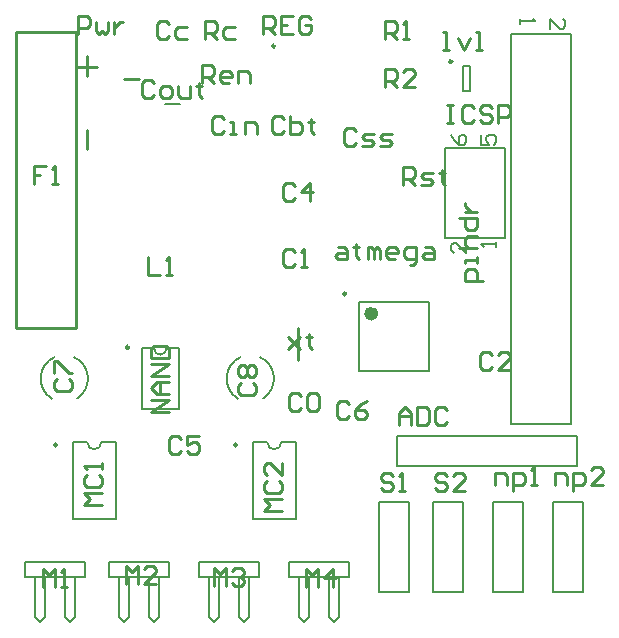
<source format=gto>
%FSLAX25Y25*%
%MOIN*%
G70*
G01*
G75*
G04 Layer_Color=65535*
%ADD10R,0.04331X0.03937*%
%ADD11R,0.03937X0.04331*%
%ADD12R,0.06496X0.01181*%
%ADD13O,0.04921X0.01181*%
%ADD14O,0.02165X0.06496*%
%ADD15O,0.06496X0.02165*%
%ADD16R,0.08465X0.01575*%
%ADD17R,0.08465X0.01575*%
%ADD18R,0.15748X0.39370*%
%ADD19R,0.05906X0.05118*%
%ADD20O,0.07087X0.02362*%
%ADD21R,0.16535X0.16535*%
%ADD22C,0.03937*%
%ADD23C,0.00787*%
%ADD24C,0.01000*%
%ADD25C,0.01575*%
%ADD26C,0.01969*%
%ADD27C,0.01181*%
%ADD28C,0.07874*%
%ADD29C,0.01890*%
%ADD30C,0.00630*%
%ADD31C,0.03150*%
%ADD32C,0.01260*%
%ADD33C,0.05906*%
%ADD34C,0.05906*%
%ADD35R,0.05906X0.05906*%
%ADD36C,0.15000*%
%ADD37R,0.05906X0.05906*%
%ADD38R,0.05315X0.05315*%
%ADD39C,0.05315*%
%ADD40C,0.05000*%
%ADD41C,0.03937*%
%ADD42C,0.00984*%
%ADD43C,0.02362*%
%ADD44C,0.00800*%
D23*
X249966Y386039D02*
G03*
X254034Y386039I2034J0D01*
G01*
X227638Y354795D02*
G03*
X232362Y354795I2362J0D01*
G01*
X287638D02*
G03*
X292362Y354795I2362J0D01*
G01*
X224232Y369360D02*
G03*
X223274Y383161I-4232J6640D01*
G01*
X216726D02*
G03*
X215768Y369360I3274J-7161D01*
G01*
X286232D02*
G03*
X285274Y383161I-4232J6640D01*
G01*
X278726D02*
G03*
X277768Y369360I3274J-7161D01*
G01*
X245898Y386039D02*
X249966D01*
X254034D02*
X258102D01*
X245898Y365961D02*
X258102D01*
X245898D02*
Y386039D01*
X258102Y365961D02*
Y386039D01*
X363000Y335000D02*
X373000D01*
Y305000D02*
Y335000D01*
X363000Y305000D02*
X373000D01*
X363000D02*
Y335000D01*
X325000D02*
X335000D01*
Y305000D02*
Y335000D01*
X325000Y305000D02*
X335000D01*
X325000D02*
Y335000D01*
X343000D02*
X353000D01*
Y305000D02*
Y335000D01*
X343000Y305000D02*
X353000D01*
X343000D02*
Y335000D01*
X383000D02*
X393000D01*
Y305000D02*
Y335000D01*
X383000Y305000D02*
X393000D01*
X383000D02*
Y335000D01*
X331000Y357000D02*
X391000D01*
X331000Y347000D02*
X391000D01*
Y357000D01*
X331000Y347000D02*
Y357000D01*
X352819Y471866D02*
Y480134D01*
X355181Y471866D02*
Y480134D01*
X352819D02*
X355181D01*
X352819Y471866D02*
X355181D01*
X318386Y378386D02*
X341614D01*
X318386Y401614D02*
X341614D01*
Y378386D02*
Y401614D01*
X318386Y378386D02*
Y401614D01*
X367000Y433833D02*
Y453000D01*
Y423000D02*
Y453000D01*
X347000Y423000D02*
Y453000D01*
Y423000D02*
X367000D01*
X347000Y453000D02*
X367000D01*
X235000Y310000D02*
X255000D01*
Y315000D01*
X235000Y310000D02*
Y315000D01*
X255000D01*
X238333Y296667D02*
Y310000D01*
Y296667D02*
X240000Y295000D01*
X241667Y296667D01*
X241667Y296667D02*
Y310000D01*
X248333Y296667D02*
Y310000D01*
Y296667D02*
X250000Y295000D01*
X251667Y296667D01*
Y310000D01*
X207000D02*
X227000D01*
Y315000D01*
X207000Y310000D02*
Y315000D01*
X227000D01*
X210333Y296667D02*
Y310000D01*
Y296667D02*
X212000Y295000D01*
X213667Y296667D01*
X213667Y296667D02*
Y310000D01*
X220333Y296667D02*
Y310000D01*
Y296667D02*
X222000Y295000D01*
X223667Y296667D01*
Y310000D01*
X237087Y329205D02*
Y354795D01*
X222913Y329205D02*
Y354795D01*
Y329205D02*
X237087D01*
X232362Y354795D02*
X237087D01*
X222913D02*
X227638D01*
X265000Y310000D02*
X285000D01*
Y315000D01*
X265000Y310000D02*
Y315000D01*
X285000D01*
X268333Y296667D02*
Y310000D01*
Y296667D02*
X270000Y295000D01*
X271667Y296667D01*
X271667Y296667D02*
Y310000D01*
X278333Y296667D02*
Y310000D01*
Y296667D02*
X280000Y295000D01*
X281667Y296667D01*
Y310000D01*
X295000D02*
X315000D01*
Y315000D01*
X295000Y310000D02*
Y315000D01*
X315000D01*
X298333Y296667D02*
Y310000D01*
Y296667D02*
X300000Y295000D01*
X301667Y296667D01*
X301667Y296667D02*
Y310000D01*
X308333Y296667D02*
Y310000D01*
Y296667D02*
X310000Y295000D01*
X311667Y296667D01*
Y310000D01*
X297087Y329205D02*
Y354795D01*
X282913Y329205D02*
Y354795D01*
Y329205D02*
X297087D01*
X292362Y354795D02*
X297087D01*
X282913D02*
X287638D01*
X369000Y361000D02*
Y491000D01*
X389000Y361000D02*
Y491000D01*
X369000D02*
X389000D01*
X369000Y361000D02*
X389000D01*
X253441Y467480D02*
X258559D01*
D24*
X298000Y383000D02*
Y393000D01*
Y382200D02*
Y392200D01*
X227500Y452500D02*
Y459000D01*
Y477000D02*
Y483500D01*
X240000Y476000D02*
X245000D01*
X224000Y480000D02*
X231000D01*
X204000Y393000D02*
X224000D01*
X204000Y491500D02*
X224000D01*
X204000Y393000D02*
Y491500D01*
X224000Y393000D02*
Y491500D01*
X331600Y360400D02*
Y364399D01*
X333599Y366398D01*
X335599Y364399D01*
Y360400D01*
Y363399D01*
X331600D01*
X337598Y366398D02*
Y360400D01*
X340597D01*
X341597Y361400D01*
Y365398D01*
X340597Y366398D01*
X337598D01*
X347595Y365398D02*
X346595Y366398D01*
X344596D01*
X343596Y365398D01*
Y361400D01*
X344596Y360400D01*
X346595D01*
X347595Y361400D01*
X311150Y419849D02*
X313149D01*
X314149Y418849D01*
Y415850D01*
X311150D01*
X310150Y416850D01*
X311150Y417849D01*
X314149D01*
X317148Y420848D02*
Y419849D01*
X316148D01*
X318147D01*
X317148D01*
Y416850D01*
X318147Y415850D01*
X321146D02*
Y419849D01*
X322146D01*
X323146Y418849D01*
Y415850D01*
Y418849D01*
X324146Y419849D01*
X325145Y418849D01*
Y415850D01*
X330143D02*
X328144D01*
X327145Y416850D01*
Y418849D01*
X328144Y419849D01*
X330143D01*
X331143Y418849D01*
Y417849D01*
X327145D01*
X335142Y413851D02*
X336142D01*
X337141Y414850D01*
Y419849D01*
X334142D01*
X333143Y418849D01*
Y416850D01*
X334142Y415850D01*
X337141D01*
X340140Y419849D02*
X342140D01*
X343139Y418849D01*
Y415850D01*
X340140D01*
X339141Y416850D01*
X340140Y417849D01*
X343139D01*
X299049Y370348D02*
X298049Y371348D01*
X296050D01*
X295050Y370348D01*
Y366350D01*
X296050Y365350D01*
X298049D01*
X299049Y366350D01*
X301048Y370348D02*
X302048Y371348D01*
X304047D01*
X305047Y370348D01*
Y366350D01*
X304047Y365350D01*
X302048D01*
X301048Y366350D01*
Y370348D01*
X297049Y418348D02*
X296049Y419348D01*
X294050D01*
X293050Y418348D01*
Y414350D01*
X294050Y413350D01*
X296049D01*
X297049Y414350D01*
X299048Y413350D02*
X301047D01*
X300048D01*
Y419348D01*
X299048Y418348D01*
X362599Y383898D02*
X361599Y384898D01*
X359600D01*
X358600Y383898D01*
Y379900D01*
X359600Y378900D01*
X361599D01*
X362599Y379900D01*
X368597Y378900D02*
X364598D01*
X368597Y382899D01*
Y383898D01*
X367597Y384898D01*
X365598D01*
X364598Y383898D01*
X297049Y440348D02*
X296049Y441348D01*
X294050D01*
X293050Y440348D01*
Y436350D01*
X294050Y435350D01*
X296049D01*
X297049Y436350D01*
X302047Y435350D02*
Y441348D01*
X299048Y438349D01*
X303047D01*
X258999Y355998D02*
X257999Y356998D01*
X256000D01*
X255000Y355998D01*
Y352000D01*
X256000Y351000D01*
X257999D01*
X258999Y352000D01*
X264997Y356998D02*
X260998D01*
Y353999D01*
X262997Y354999D01*
X263997D01*
X264997Y353999D01*
Y352000D01*
X263997Y351000D01*
X261998D01*
X260998Y352000D01*
X314999Y367498D02*
X313999Y368498D01*
X312000D01*
X311000Y367498D01*
Y363500D01*
X312000Y362500D01*
X313999D01*
X314999Y363500D01*
X320997Y368498D02*
X318997Y367498D01*
X316998Y365499D01*
Y363500D01*
X317998Y362500D01*
X319997D01*
X320997Y363500D01*
Y364499D01*
X319997Y365499D01*
X316998D01*
X217502Y375999D02*
X216502Y374999D01*
Y373000D01*
X217502Y372000D01*
X221500D01*
X222500Y373000D01*
Y374999D01*
X221500Y375999D01*
X216502Y377998D02*
Y381997D01*
X217502D01*
X221500Y377998D01*
X222500D01*
X279002Y374499D02*
X278002Y373499D01*
Y371500D01*
X279002Y370500D01*
X283000D01*
X284000Y371500D01*
Y373499D01*
X283000Y374499D01*
X279002Y376498D02*
X278002Y377498D01*
Y379497D01*
X279002Y380497D01*
X280001D01*
X281001Y379497D01*
X282001Y380497D01*
X283000D01*
X284000Y379497D01*
Y377498D01*
X283000Y376498D01*
X282001D01*
X281001Y377498D01*
X280001Y376498D01*
X279002D01*
X281001Y377498D02*
Y379497D01*
X293099Y462398D02*
X292099Y463398D01*
X290100D01*
X289100Y462398D01*
Y458400D01*
X290100Y457400D01*
X292099D01*
X293099Y458400D01*
X295098Y463398D02*
Y457400D01*
X298097D01*
X299097Y458400D01*
Y459399D01*
Y460399D01*
X298097Y461399D01*
X295098D01*
X302096Y462398D02*
Y461399D01*
X301096D01*
X303096D01*
X302096D01*
Y458400D01*
X303096Y457400D01*
X255049Y494348D02*
X254049Y495348D01*
X252050D01*
X251050Y494348D01*
Y490350D01*
X252050Y489350D01*
X254049D01*
X255049Y490350D01*
X261047Y493349D02*
X258048D01*
X257048Y492349D01*
Y490350D01*
X258048Y489350D01*
X261047D01*
X273099Y462398D02*
X272099Y463398D01*
X270100D01*
X269100Y462398D01*
Y458400D01*
X270100Y457400D01*
X272099D01*
X273099Y458400D01*
X275098Y457400D02*
X277097D01*
X276098D01*
Y461399D01*
X275098D01*
X280096Y457400D02*
Y461399D01*
X283096D01*
X284095Y460399D01*
Y457400D01*
X249999Y474498D02*
X248999Y475498D01*
X247000D01*
X246000Y474498D01*
Y470500D01*
X247000Y469500D01*
X248999D01*
X249999Y470500D01*
X252998Y469500D02*
X254997D01*
X255997Y470500D01*
Y472499D01*
X254997Y473499D01*
X252998D01*
X251998Y472499D01*
Y470500D01*
X252998Y469500D01*
X257996Y473499D02*
Y470500D01*
X258996Y469500D01*
X261995D01*
Y473499D01*
X264994Y474498D02*
Y473499D01*
X263994D01*
X265993D01*
X264994D01*
Y470500D01*
X265993Y469500D01*
X317099Y458398D02*
X316099Y459398D01*
X314100D01*
X313100Y458398D01*
Y454400D01*
X314100Y453400D01*
X316099D01*
X317099Y454400D01*
X319098Y453400D02*
X322097D01*
X323097Y454400D01*
X322097Y455399D01*
X320098D01*
X319098Y456399D01*
X320098Y457399D01*
X323097D01*
X325096Y453400D02*
X328095D01*
X329095Y454400D01*
X328095Y455399D01*
X326096D01*
X325096Y456399D01*
X326096Y457399D01*
X329095D01*
X213999Y446998D02*
X210000D01*
Y443999D01*
X211999D01*
X210000D01*
Y441000D01*
X215998D02*
X217997D01*
X216998D01*
Y446998D01*
X215998Y445998D01*
X347650Y467148D02*
X349649D01*
X348650D01*
Y461150D01*
X347650D01*
X349649D01*
X356647Y466148D02*
X355647Y467148D01*
X353648D01*
X352648Y466148D01*
Y462150D01*
X353648Y461150D01*
X355647D01*
X356647Y462150D01*
X362645Y466148D02*
X361646Y467148D01*
X359646D01*
X358646Y466148D01*
Y465149D01*
X359646Y464149D01*
X361646D01*
X362645Y463149D01*
Y462150D01*
X361646Y461150D01*
X359646D01*
X358646Y462150D01*
X364645Y461150D02*
Y467148D01*
X367643D01*
X368643Y466148D01*
Y464149D01*
X367643Y463149D01*
X364645D01*
X248000Y416498D02*
Y410500D01*
X251999D01*
X253998D02*
X255997D01*
X254998D01*
Y416498D01*
X253998Y415498D01*
X346150Y485650D02*
X348149D01*
X347150D01*
Y491648D01*
X346150D01*
X351148Y489649D02*
X353148Y485650D01*
X355147Y489649D01*
X357146Y485650D02*
X359146D01*
X358146D01*
Y491648D01*
X357146D01*
X213000Y306500D02*
Y312498D01*
X214999Y310499D01*
X216999Y312498D01*
Y306500D01*
X218998D02*
X220997D01*
X219998D01*
Y312498D01*
X218998Y311498D01*
X240500Y307500D02*
Y313498D01*
X242499Y311499D01*
X244499Y313498D01*
Y307500D01*
X250497D02*
X246498D01*
X250497Y311499D01*
Y312498D01*
X249497Y313498D01*
X247498D01*
X246498Y312498D01*
X270000Y307000D02*
Y312998D01*
X271999Y310999D01*
X273999Y312998D01*
Y307000D01*
X275998Y311998D02*
X276998Y312998D01*
X278997D01*
X279997Y311998D01*
Y310999D01*
X278997Y309999D01*
X277997D01*
X278997D01*
X279997Y308999D01*
Y308000D01*
X278997Y307000D01*
X276998D01*
X275998Y308000D01*
X300500Y306500D02*
Y312498D01*
X302499Y310499D01*
X304499Y312498D01*
Y306500D01*
X309497D02*
Y312498D01*
X306498Y309499D01*
X310497D01*
X232500Y334000D02*
X226502D01*
X228501Y335999D01*
X226502Y337999D01*
X232500D01*
X227502Y343997D02*
X226502Y342997D01*
Y340998D01*
X227502Y339998D01*
X231500D01*
X232500Y340998D01*
Y342997D01*
X231500Y343997D01*
X232500Y345996D02*
Y347995D01*
Y346996D01*
X226502D01*
X227502Y345996D01*
X292500Y332000D02*
X286502D01*
X288501Y333999D01*
X286502Y335999D01*
X292500D01*
X287502Y341997D02*
X286502Y340997D01*
Y338998D01*
X287502Y337998D01*
X291500D01*
X292500Y338998D01*
Y340997D01*
X291500Y341997D01*
X292500Y347995D02*
Y343996D01*
X288501Y347995D01*
X287502D01*
X286502Y346995D01*
Y344996D01*
X287502Y343996D01*
X255000Y365000D02*
X249002D01*
X255000Y368999D01*
X249002D01*
X255000Y370998D02*
X251001D01*
X249002Y372997D01*
X251001Y374997D01*
X255000D01*
X252001D01*
Y370998D01*
X255000Y376996D02*
X249002D01*
X255000Y380995D01*
X249002D01*
Y382994D02*
X255000D01*
Y385993D01*
X254000Y386993D01*
X250002D01*
X249002Y385993D01*
Y382994D01*
X363600Y340400D02*
Y344399D01*
X366599D01*
X367599Y343399D01*
Y340400D01*
X369598Y338401D02*
Y344399D01*
X372597D01*
X373597Y343399D01*
Y341400D01*
X372597Y340400D01*
X369598D01*
X375596D02*
X377595D01*
X376596D01*
Y346398D01*
X375596Y345398D01*
X383600Y340400D02*
Y344399D01*
X386599D01*
X387599Y343399D01*
Y340400D01*
X389598Y338401D02*
Y344399D01*
X392597D01*
X393597Y343399D01*
Y341400D01*
X392597Y340400D01*
X389598D01*
X399595D02*
X395596D01*
X399595Y344399D01*
Y345398D01*
X398595Y346398D01*
X396596D01*
X395596Y345398D01*
X359499Y408500D02*
X353501D01*
Y411499D01*
X354501Y412499D01*
X356500D01*
X357500Y411499D01*
Y408500D01*
Y414498D02*
Y416497D01*
Y415498D01*
X353501D01*
Y414498D01*
X351502Y419496D02*
X357500D01*
X354501D01*
X353501Y420496D01*
Y422496D01*
X354501Y423495D01*
X357500D01*
X351502Y429493D02*
X357500D01*
Y426494D01*
X356500Y425494D01*
X354501D01*
X353501Y426494D01*
Y429493D01*
Y431493D02*
X357500D01*
X355501D01*
X354501Y432492D01*
X353501Y433492D01*
Y434492D01*
X224450Y490850D02*
Y496848D01*
X227449D01*
X228449Y495848D01*
Y493849D01*
X227449Y492849D01*
X224450D01*
X230448Y494849D02*
Y491850D01*
X231448Y490850D01*
X232447Y491850D01*
X233447Y490850D01*
X234447Y491850D01*
Y494849D01*
X236446D02*
Y490850D01*
Y492849D01*
X237446Y493849D01*
X238445Y494849D01*
X239445D01*
X327050Y489350D02*
Y495348D01*
X330049D01*
X331049Y494348D01*
Y492349D01*
X330049Y491349D01*
X327050D01*
X329049D02*
X331049Y489350D01*
X333048D02*
X335047D01*
X334048D01*
Y495348D01*
X333048Y494348D01*
X327050Y473350D02*
Y479348D01*
X330049D01*
X331049Y478348D01*
Y476349D01*
X330049Y475349D01*
X327050D01*
X329049D02*
X331049Y473350D01*
X337047D02*
X333048D01*
X337047Y477349D01*
Y478348D01*
X336047Y479348D01*
X334048D01*
X333048Y478348D01*
X267050Y489350D02*
Y495348D01*
X270049D01*
X271049Y494348D01*
Y492349D01*
X270049Y491349D01*
X267050D01*
X269049D02*
X271049Y489350D01*
X277047Y493349D02*
X274048D01*
X273048Y492349D01*
Y490350D01*
X274048Y489350D01*
X277047D01*
X266000Y474500D02*
Y480498D01*
X268999D01*
X269999Y479498D01*
Y477499D01*
X268999Y476499D01*
X266000D01*
X267999D02*
X269999Y474500D01*
X274997D02*
X272998D01*
X271998Y475500D01*
Y477499D01*
X272998Y478499D01*
X274997D01*
X275997Y477499D01*
Y476499D01*
X271998D01*
X277996Y474500D02*
Y478499D01*
X280995D01*
X281995Y477499D01*
Y474500D01*
X333000Y440500D02*
Y446498D01*
X335999D01*
X336999Y445498D01*
Y443499D01*
X335999Y442499D01*
X333000D01*
X334999D02*
X336999Y440500D01*
X338998D02*
X341997D01*
X342997Y441500D01*
X341997Y442499D01*
X339998D01*
X338998Y443499D01*
X339998Y444499D01*
X342997D01*
X345996Y445498D02*
Y444499D01*
X344996D01*
X346995D01*
X345996D01*
Y441500D01*
X346995Y440500D01*
X329599Y343398D02*
X328599Y344398D01*
X326600D01*
X325600Y343398D01*
Y342399D01*
X326600Y341399D01*
X328599D01*
X329599Y340399D01*
Y339400D01*
X328599Y338400D01*
X326600D01*
X325600Y339400D01*
X331598Y338400D02*
X333597D01*
X332598D01*
Y344398D01*
X331598Y343398D01*
X347599D02*
X346599Y344398D01*
X344600D01*
X343600Y343398D01*
Y342399D01*
X344600Y341399D01*
X346599D01*
X347599Y340399D01*
Y339400D01*
X346599Y338400D01*
X344600D01*
X343600Y339400D01*
X353597Y338400D02*
X349598D01*
X353597Y342399D01*
Y343398D01*
X352597Y344398D01*
X350598D01*
X349598Y343398D01*
X294500Y389999D02*
X298499Y386000D01*
X296499Y387999D01*
X298499Y389999D01*
X294500Y386000D01*
X301498Y390998D02*
Y389999D01*
X300498D01*
X302497D01*
X301498D01*
Y387000D01*
X302497Y386000D01*
X286100Y490800D02*
Y496798D01*
X289099D01*
X290099Y495798D01*
Y493799D01*
X289099Y492799D01*
X286100D01*
X288099D02*
X290099Y490800D01*
X296097Y496798D02*
X292098D01*
Y490800D01*
X296097D01*
X292098Y493799D02*
X294097D01*
X302095Y495798D02*
X301095Y496798D01*
X299096D01*
X298096Y495798D01*
Y491800D01*
X299096Y490800D01*
X301095D01*
X302095Y491800D01*
Y493799D01*
X300096D01*
D42*
X241567Y386433D02*
G03*
X241567Y386433I-492J0D01*
G01*
X349276Y481709D02*
G03*
X349276Y481709I-492J0D01*
G01*
X313957Y404272D02*
G03*
X313957Y404272I-492J0D01*
G01*
X217598Y353909D02*
G03*
X217598Y353909I-492J0D01*
G01*
X277598D02*
G03*
X277598Y353909I-492J0D01*
G01*
X290319Y486846D02*
G03*
X290319Y486846I-492J0D01*
G01*
D43*
X323504Y397677D02*
G03*
X323504Y397677I-1181J0D01*
G01*
D44*
X364000Y420000D02*
Y421666D01*
Y420833D01*
X359002D01*
X359835Y420000D01*
X354000Y421332D02*
Y418000D01*
X350668Y421332D01*
X349835D01*
X349002Y420499D01*
Y418833D01*
X349835Y418000D01*
X359002Y457332D02*
Y454000D01*
X361501D01*
X360668Y455666D01*
Y456499D01*
X361501Y457332D01*
X363167D01*
X364000Y456499D01*
Y454833D01*
X363167Y454000D01*
X349002Y457332D02*
X349835Y455666D01*
X351501Y454000D01*
X353167D01*
X354000Y454833D01*
Y456499D01*
X353167Y457332D01*
X352334D01*
X351501Y456499D01*
Y454000D01*
X372000Y496000D02*
Y494334D01*
Y495167D01*
X376998D01*
X376165Y496000D01*
X382000Y492668D02*
Y496000D01*
X385332Y492668D01*
X386165D01*
X386998Y493501D01*
Y495167D01*
X386165Y496000D01*
M02*

</source>
